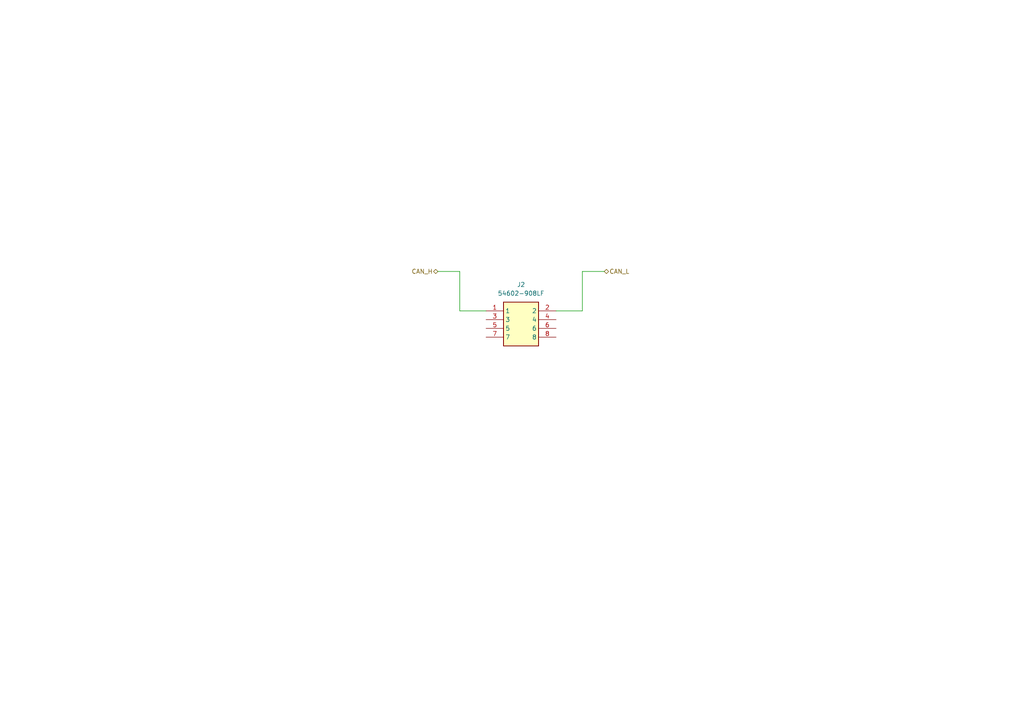
<source format=kicad_sch>
(kicad_sch (version 20250114) (generator "eeschema") (generator_version "9.0")
  (paper "A4")
  (lib_symbols
    (symbol "Capstone:54602-908LF"
      (property "Reference" "J" (at 16.51 7.62 0))
      (property "Value" "54602-908LF" (at 16.51 5.08 0))
      (symbol "54602-908LF_1_1"
        (rectangle (start 5.08 2.54) (end 15.24 -10.16) (stroke (width 0.254)) (fill (type background)))
        (pin passive line (at 0 0 0) (length 5.08) (name "1") (number "1"))
        (pin passive line (at 0 -2.54 0) (length 5.08) (name "3") (number "3"))
        (pin passive line (at 0 -5.08 0) (length 5.08) (name "5") (number "5"))
        (pin passive line (at 0 -7.62 0) (length 5.08) (name "7") (number "7"))
        (pin passive line (at 20.32 0 180) (length 5.08) (name "2") (number "2"))
        (pin passive line (at 20.32 -2.54 180) (length 5.08) (name "4") (number "4"))
        (pin passive line (at 20.32 -5.08 180) (length 5.08) (name "6") (number "6"))
        (pin passive line (at 20.32 -7.62 180) (length 5.08) (name "8") (number "8"))
      )
    )
  )
  (wire (pts (xy 133.35 90.17) (xy 140.97 90.17)))
  (wire (pts (xy 133.35 78.74) (xy 133.35 90.17)))
  (wire (pts (xy 168.91 78.74) (xy 175.26 78.74)))
  (wire (pts (xy 161.29 90.17) (xy 168.91 90.17)))
  (wire (pts (xy 168.91 90.17) (xy 168.91 78.74)))
  (wire (pts (xy 127 78.74) (xy 133.35 78.74)))
  (hierarchical_label "CAN_L" (shape bidirectional) (at 175.26 78.74 0))
  (hierarchical_label "CAN_H" (shape bidirectional) (at 127 78.74 180))
  (symbol (lib_id "Capstone:54602-908LF") (at 140.97 90.17 0) (unit 1)
    (property "Reference" "J2" (at 151.13 82.55 0))
    (property "Value" "54602-908LF" (at 151.13 85.09 0))
    (property "Footprint" "54602908LF" (effects (hide yes)))
    (property "Datasheet" "https://cdn.amphenol-cs.com/media/wysiwyg/files/drawing/c-bmj-0102.pdf" (effects (hide yes)))
    (property "Description" "Modular Jack, Input Output Connectors, Cat 3 Single Modular Jack, Horizontal, Board Through Mount, 8P8C, 1 Port" (effects (hide yes)))
    (property "Height" "12.85" (effects (hide yes)))
    (property "Manufacturer_Name" "Amphenol Communications Solutions" (effects (hide yes)))
    (property "Manufacturer_Part_Number" "54602-908LF" (effects (hide yes)))
    (property "Arrow Part Number" "54602-908LF" (effects (hide yes)))
    (property "Arrow Price/Stock" "https://www.arrow.com/en/products/54602-908lf/amphenol-fci?utm_currency=USD&region=nac" (effects (hide yes)))
  )
)
</source>
